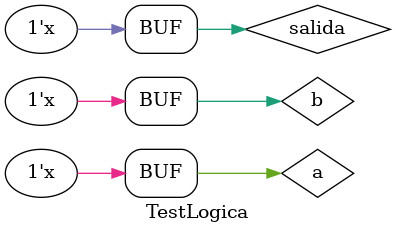
<source format=v>
module TestLogica;
	
	reg a,b;
	wire salida;
	and puertAND (salida,a,b);


	initial
		begin	

			$monitor($time, "a=%b | b=%b | a.b=%b",a,b,salida);
			
			a=0; b=0;
			#5 a=0; b=1;
			#5 a=1; b=0;
			#5 a=1; b=1;
			#5 a=0; b='bz;
			#5 a=1; b='bz;
			#5 a=0; b='bx;
			#5 a=1; b='bx;
			#5 a='bz; b='bx;
			#5 a='bx; b='bz;
			#5 a='bz; b=0;
			#5 a='bz; b=1;
			#5 a='bx; b=0;
			#5 a='bx; b=1;
			#5 a='bx; b='bx;
			#5 a='bz; b='bz;

		end
	endmodule
</source>
